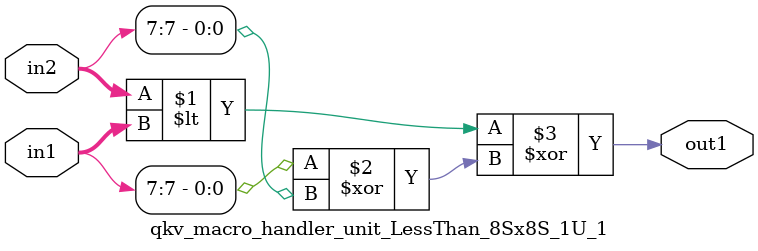
<source format=v>

`timescale 1ps / 1ps


module qkv_macro_handler_unit_LessThan_8Sx8S_1U_1( in2, in1, out1 );

    input [7:0] in2;
    input [7:0] in1;
    output out1;

    
    // rtl_process:qkv_macro_handler_unit_LessThan_8Sx8S_1U_1/qkv_macro_handler_unit_LessThan_8Sx8S_1U_1_thread_1
    assign out1 = (in2 < in1 ^ (in1[7] ^ in2[7]));

endmodule


</source>
